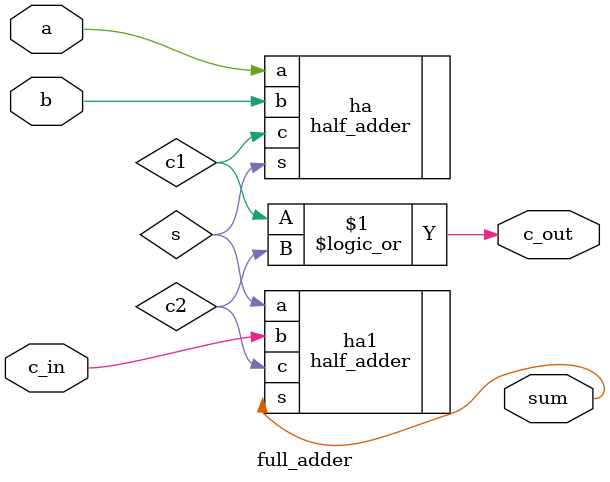
<source format=v>
module full_adder(a,b,c_in,c_out,sum);
    input a;
    input b;
    input c_in;
    output c_out;
    output sum;
    wire c1;
    wire c2;
    wire s;
    half_adder ha(.a(a),.b(b),.c(c1),.s(s));
    half_adder ha1(.a(s),.b(c_in),.c(c2),.s(sum));

    assign c_out = c1 || c2;
endmodule

</source>
